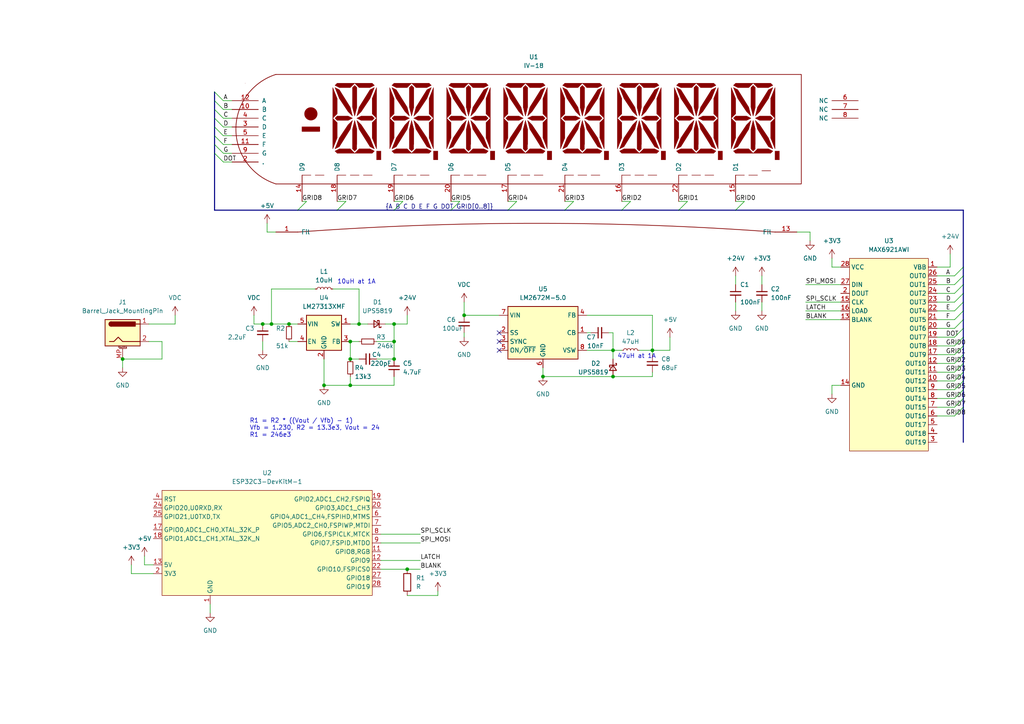
<source format=kicad_sch>
(kicad_sch (version 20230121) (generator eeschema)
  (paper "A4")
  (lib_symbols
    (symbol "Connector:Barrel_Jack_MountingPin" (pin_names hide)
      (property "Reference" "J" (at 0 5.334 0))
      (property "Value" "Barrel_Jack_MountingPin" (at 1.27 -6.35 0))
      (symbol "Barrel_Jack_MountingPin_1_1"
        (text "Mounting" (at 0 -4.191 0) (effects (font (size 0.381 0.381))))
        (pin passive line (at 7.62 2.54 180) (length 2.54) (name "~") (number "1"))
        (pin passive line (at 7.62 -2.54 180) (length 2.54) (name "~") (number "2"))
        (pin passive line (at 0 -7.62 90) (length 3.048) (name "MountPin") (number "MP"))
      )
    )
    (symbol "Device:C_Small" (pin_numbers hide) (pin_names (offset 0.254) hide)
      (property "Reference" "C" (at 0.254 1.778 0))
      (property "Value" "C_Small" (at 0.254 -2.032 0))
      (symbol "C_Small_1_1"
        (pin passive line (at 0 2.54 270) (length 2.032) (name "~") (number "1"))
        (pin passive line (at 0 -2.54 90) (length 2.032) (name "~") (number "2"))
      )
    )
    (symbol "Device:D_Schottky_Small" (pin_numbers hide) (pin_names (offset 0.254) hide)
      (property "Reference" "D" (at -1.27 2.032 0))
      (property "Value" "D_Schottky_Small" (at -7.112 -2.032 0))
      (symbol "D_Schottky_Small_1_1"
        (pin passive line (at -2.54 0 0) (length 1.778) (name "K") (number "1"))
        (pin passive line (at 2.54 0 180) (length 1.778) (name "A") (number "2"))
      )
    )
    (symbol "Device:L_Small" (pin_numbers hide) (pin_names (offset 0.254) hide)
      (property "Reference" "L" (at 0.762 1.016 0))
      (property "Value" "L_Small" (at 0.762 -1.016 0))
      (symbol "L_Small_1_1"
        (pin passive line (at 0 2.54 270) (length 0.508) (name "~") (number "1"))
        (pin passive line (at 0 -2.54 90) (length 0.508) (name "~") (number "2"))
      )
    )
    (symbol "Device:R" (pin_numbers hide) (pin_names (offset 0))
      (property "Reference" "R" (at 2.032 0 90))
      (property "Value" "R" (at 0 0 90))
      (symbol "R_1_1"
        (pin passive line (at 0 3.81 270) (length 1.27) (name "~") (number "1"))
        (pin passive line (at 0 -3.81 90) (length 1.27) (name "~") (number "2"))
      )
    )
    (symbol "Device:R_Small" (pin_numbers hide) (pin_names (offset 0.254) hide)
      (property "Reference" "R" (at 0.762 0.508 0))
      (property "Value" "R_Small" (at 0.762 -1.016 0))
      (symbol "R_Small_1_1"
        (pin passive line (at 0 2.54 270) (length 0.762) (name "~") (number "1"))
        (pin passive line (at 0 -2.54 90) (length 0.762) (name "~") (number "2"))
      )
    )
    (symbol "Regulator_Switching:LM2672M-5.0"
      (property "Reference" "U" (at -10.16 8.89 0))
      (property "Value" "LM2672M-5.0" (at 0 8.89 0))
      (symbol "LM2672M-5.0_1_1"
        (pin input line (at 12.7 0 180) (length 2.54) (name "CB") (number "1"))
        (pin input line (at -12.7 0 0) (length 2.54) (name "SS") (number "2"))
        (pin input line (at -12.7 -2.54 0) (length 2.54) (name "SYNC") (number "3"))
        (pin input line (at 12.7 5.08 180) (length 2.54) (name "FB") (number "4"))
        (pin input line (at -12.7 -5.08 0) (length 2.54) (name "ON/~{OFF}") (number "5"))
        (pin power_in line (at 0 -10.16 90) (length 2.54) (name "GND") (number "6"))
        (pin power_in line (at -12.7 5.08 0) (length 2.54) (name "VIN") (number "7"))
        (pin output line (at 12.7 -5.08 180) (length 2.54) (name "VSW") (number "8"))
      )
    )
    (symbol "Regulator_Switching:LM27313XMF" (pin_names (offset 0.254))
      (property "Reference" "U" (at -5.08 6.35 0))
      (property "Value" "LM27313XMF" (at 0 6.35 0))
      (symbol "LM27313XMF_1_1"
        (pin output line (at 7.62 2.54 180) (length 2.54) (name "SW") (number "1"))
        (pin power_in line (at 0 -7.62 90) (length 2.54) (name "GND") (number "2"))
        (pin input line (at 7.62 -2.54 180) (length 2.54) (name "FB") (number "3"))
        (pin input line (at -7.62 -2.54 0) (length 2.54) (name "EN") (number "4"))
        (pin input line (at -7.62 2.54 0) (length 2.54) (name "VIN") (number "5"))
      )
    )
    (symbol "esp-clock:MAX6921"
      (property "Reference" "U" (at -10.16 29.21 0))
      (property "Value" "MAX6921AWI" (at -5.08 26.67 0))
      (symbol "MAX6921_1_1"
        (pin power_in line (at 13.97 22.86 180) (length 2.54) (name "VBB") (number "1"))
        (pin output line (at 13.97 -10.16 180) (length 2.54) (name "OUT12") (number "10"))
        (pin output line (at 13.97 -7.62 180) (length 2.54) (name "OUT11") (number "11"))
        (pin output line (at 13.97 -5.08 180) (length 2.54) (name "OUT10") (number "12"))
        (pin input line (at -13.97 7.62 0) (length 2.54) (name "BLANK") (number "13"))
        (pin input line (at -13.97 -11.43 0) (length 2.54) (name "GND") (number "14"))
        (pin input line (at -13.97 12.7 0) (length 2.54) (name "CLK") (number "15"))
        (pin input line (at -13.97 10.16 0) (length 2.54) (name "LOAD") (number "16"))
        (pin output line (at 13.97 -2.54 180) (length 2.54) (name "OUT9") (number "17"))
        (pin output line (at 13.97 0 180) (length 2.54) (name "OUT8") (number "18"))
        (pin output line (at 13.97 2.54 180) (length 2.54) (name "OUT7") (number "19"))
        (pin input line (at -13.97 15.24 0) (length 2.54) (name "DOUT") (number "2"))
        (pin output line (at 13.97 5.08 180) (length 2.54) (name "OUT6") (number "20"))
        (pin output line (at 13.97 7.62 180) (length 2.54) (name "OUT5") (number "21"))
        (pin output line (at 13.97 10.16 180) (length 2.54) (name "OUT4") (number "22"))
        (pin output line (at 13.97 12.7 180) (length 2.54) (name "OUT3") (number "23"))
        (pin output line (at 13.97 15.24 180) (length 2.54) (name "OUT2") (number "24"))
        (pin output line (at 13.97 17.78 180) (length 2.54) (name "OUT1") (number "25"))
        (pin output line (at 13.97 20.32 180) (length 2.54) (name "OUT0") (number "26"))
        (pin input line (at -13.97 17.78 0) (length 2.54) (name "DIN") (number "27"))
        (pin input line (at -13.97 22.86 0) (length 2.54) (name "VCC") (number "28"))
        (pin output line (at 13.97 -27.94 180) (length 2.54) (name "OUT19") (number "3"))
        (pin output line (at 13.97 -25.4 180) (length 2.54) (name "OUT18") (number "4"))
        (pin output line (at 13.97 -22.86 180) (length 2.54) (name "OUT17") (number "5"))
        (pin output line (at 13.97 -20.32 180) (length 2.54) (name "OUT16") (number "6"))
        (pin output line (at 13.97 -17.78 180) (length 2.54) (name "OUT15") (number "7"))
        (pin output line (at 13.97 -15.24 180) (length 2.54) (name "OUT14") (number "8"))
        (pin output line (at 13.97 -12.7 180) (length 2.54) (name "OUT13") (number "9"))
      )
    )
    (symbol "esp-clock:esp32c3-mini-devkit"
      (property "Reference" "U" (at -27.94 19.05 0))
      (property "Value" "ESP32C3-DevKitM-1" (at -19.05 16.51 0))
      (symbol "esp32c3-mini-devkit_1_1"
        (pin passive line (at -15.24 -17.78 90) (length 2.54) (name "GND") (number "1"))
        (pin input line (at 34.29 -2.54 180) (length 2.54) (name "GPIO8,RGB") (number "11"))
        (pin input line (at 34.29 -5.08 180) (length 2.54) (name "GPIO9") (number "12"))
        (pin power_in line (at -31.75 -6.35 0) (length 2.54) (name "5V") (number "13"))
        (pin input line (at -31.75 3.81 0) (length 2.54) (name "GPIO0,ADC1_CH0,XTAL_32K_P") (number "17"))
        (pin input line (at -31.75 1.27 0) (length 2.54) (name "GPIO1,ADC1_CH1,XTAL_32K_N") (number "18"))
        (pin input line (at 34.29 12.7 180) (length 2.54) (name "GPIO2,ADC1_CH2,FSPIQ") (number "19"))
        (pin power_in line (at -31.75 -8.89 0) (length 2.54) (name "3V3") (number "2"))
        (pin input line (at 34.29 10.16 180) (length 2.54) (name "GPIO3,ADC1_CH3") (number "20"))
        (pin input line (at 34.29 -7.62 180) (length 2.54) (name "GPIO10,FSPICS0") (number "22"))
        (pin input line (at -31.75 10.16 0) (length 2.54) (name "GPIO20,U0RXD,RX") (number "24"))
        (pin input line (at -31.75 7.62 0) (length 2.54) (name "GPIO21,U0TXD,TX") (number "25"))
        (pin input line (at 34.29 -10.16 180) (length 2.54) (name "GPIO18") (number "27"))
        (pin input line (at 34.29 -12.7 180) (length 2.54) (name "GPIO19") (number "28"))
        (pin input line (at -31.75 12.7 0) (length 2.54) (name "RST") (number "4"))
        (pin input line (at 34.29 7.62 180) (length 2.54) (name "GPIO4,ADC1_CH4,FSPIHD,MTMS") (number "6"))
        (pin input line (at 34.29 5.08 180) (length 2.54) (name "GPIO5,ADC2_CH0,FSPIWP,MTDI") (number "7"))
        (pin input line (at 34.29 2.54 180) (length 2.54) (name "GPIO6,FSPICLK,MTCK") (number "8"))
        (pin input line (at 34.29 0 180) (length 2.54) (name "GPIO7,FSPID,MTDO") (number "9"))
      )
    )
    (symbol "power:+24V" (power) (pin_names (offset 0))
      (property "Value" "+24V" (at 0 3.556 0))
      (symbol "+24V_1_1"
        (pin power_in line (at 0 0 90) (length 0) hide (name "+24V") (number "1"))
      )
    )
    (symbol "power:+3V3" (power) (pin_names (offset 0))
      (property "Value" "+3V3" (at 0 3.556 0))
      (symbol "+3V3_1_1"
        (pin power_in line (at 0 0 90) (length 0) hide (name "+3V3") (number "1"))
      )
    )
    (symbol "power:+5V" (power) (pin_names (offset 0))
      (property "Value" "+5V" (at 0 3.556 0))
      (symbol "+5V_1_1"
        (pin power_in line (at 0 0 90) (length 0) hide (name "+5V") (number "1"))
      )
    )
    (symbol "power:GND" (power) (pin_names (offset 0))
      (property "Value" "GND" (at 0 -3.81 0))
      (symbol "GND_1_1"
        (pin power_in line (at 0 0 270) (length 0) hide (name "GND") (number "1"))
      )
    )
    (symbol "power:VDC" (power) (pin_names (offset 0))
      (property "Value" "VDC" (at 0 6.35 0))
      (symbol "VDC_1_1"
        (pin power_in line (at 0 0 90) (length 0) hide (name "VDC") (number "1"))
      )
    )
    (symbol "vfd:IV-18" (pin_names (offset 1.016))
      (property "Reference" "U" (at 0 15.24 0))
      (property "Value" "IV-18" (at 153.67 -27.94 0))
      (symbol "IV-18_1_1"
        (pin passive line (at -12.7 -33.02 0) (length 6.35) (name "Fil") (number "1"))
        (pin passive line (at -25.4 2.54 0) (length 7.62) (name "B") (number "10"))
        (pin passive line (at -25.4 -7.62 0) (length 7.62) (name "F") (number "11"))
        (pin passive line (at -25.4 5.08 0) (length 7.62) (name "A") (number "12"))
        (pin passive line (at 138.43 -33.02 180) (length 6.35) (name "Fil") (number "13"))
        (pin passive line (at -5.08 -24.13 90) (length 7.62) (name "D9") (number "14"))
        (pin passive line (at 120.65 -24.13 90) (length 7.62) (name "D1") (number "15"))
        (pin passive line (at 87.63 -24.13 90) (length 7.62) (name "D3") (number "16"))
        (pin passive line (at 54.61 -24.13 90) (length 7.62) (name "D5") (number "17"))
        (pin passive line (at 5.08 -24.13 90) (length 7.62) (name "D8") (number "18"))
        (pin passive line (at 21.59 -24.13 90) (length 7.62) (name "D7") (number "19"))
        (pin passive line (at -25.4 -12.7 0) (length 7.62) (name ".") (number "2"))
        (pin passive line (at 38.1 -24.13 90) (length 7.62) (name "D6") (number "20"))
        (pin passive line (at 71.12 -24.13 90) (length 7.62) (name "D4") (number "21"))
        (pin passive line (at 104.14 -24.13 90) (length 7.62) (name "D2") (number "22"))
        (pin passive line (at -25.4 -2.54 0) (length 7.62) (name "D") (number "3"))
        (pin passive line (at -25.4 0 0) (length 7.62) (name "C") (number "4"))
        (pin passive line (at -25.4 -5.08 0) (length 7.62) (name "E") (number "5"))
        (pin passive line (at 156.21 5.08 180) (length 7.62) (name "NC") (number "6"))
        (pin passive line (at 156.21 2.54 180) (length 7.62) (name "NC") (number "7"))
        (pin passive line (at 156.21 0 180) (length 7.62) (name "NC") (number "8"))
        (pin passive line (at -25.4 -10.16 0) (length 7.62) (name "G") (number "9"))
      )
    )
  )
  (junction (at 114.3 93.98))
  (junction (at 76.2 93.98))
  (junction (at 101.6 111.76))
  (junction (at 101.6 99.06))
  (junction (at 83.82 93.98))
  (junction (at 101.6 104.14))
  (junction (at 177.8 101.6))
  (junction (at 114.3 104.14))
  (junction (at 177.8 109.22))
  (junction (at 35.56 104.14))
  (junction (at 189.23 101.6))
  (junction (at 93.98 111.76))
  (junction (at 157.48 109.22))
  (junction (at 104.14 93.98))
  (junction (at 134.62 91.44))
  (junction (at 78.74 93.98))
  (junction (at 114.3 99.06))
  (junction (at 118.11 165.1))
  (no_connect (at 144.78 101.6))
  (no_connect (at 144.78 99.06))
  (no_connect (at 144.78 96.52))
  (bus_entry (at 279.4 87.63) (size -2.54 2.54))
  (bus_entry (at 279.4 100.33) (size -2.54 2.54))
  (bus_entry (at 180.34 60.96) (size 2.54 -2.54))
  (bus_entry (at 196.85 60.96) (size 2.54 -2.54))
  (bus_entry (at 279.4 113.03) (size -2.54 2.54))
  (bus_entry (at 279.4 107.95) (size -2.54 2.54))
  (bus_entry (at 114.3 60.96) (size 2.54 -2.54))
  (bus_entry (at 279.4 115.57) (size -2.54 2.54))
  (bus_entry (at 62.23 39.37) (size 2.54 2.54))
  (bus_entry (at 279.4 118.11) (size -2.54 2.54))
  (bus_entry (at 97.79 60.96) (size 2.54 -2.54))
  (bus_entry (at 279.4 90.17) (size -2.54 2.54))
  (bus_entry (at 130.81 60.96) (size 2.54 -2.54))
  (bus_entry (at 62.23 31.75) (size 2.54 2.54))
  (bus_entry (at 279.4 82.55) (size -2.54 2.54))
  (bus_entry (at 213.36 60.96) (size 2.54 -2.54))
  (bus_entry (at 62.23 34.29) (size 2.54 2.54))
  (bus_entry (at 279.4 95.25) (size -2.54 2.54))
  (bus_entry (at 62.23 26.67) (size 2.54 2.54))
  (bus_entry (at 62.23 36.83) (size 2.54 2.54))
  (bus_entry (at 279.4 102.87) (size -2.54 2.54))
  (bus_entry (at 62.23 41.91) (size 2.54 2.54))
  (bus_entry (at 279.4 80.01) (size -2.54 2.54))
  (bus_entry (at 279.4 110.49) (size -2.54 2.54))
  (bus_entry (at 279.4 77.47) (size -2.54 2.54))
  (bus_entry (at 279.4 105.41) (size -2.54 2.54))
  (bus_entry (at 86.36 60.96) (size 2.54 -2.54))
  (bus_entry (at 62.23 44.45) (size 2.54 2.54))
  (bus_entry (at 62.23 29.21) (size 2.54 2.54))
  (bus_entry (at 279.4 85.09) (size -2.54 2.54))
  (bus_entry (at 163.83 60.96) (size 2.54 -2.54))
  (bus_entry (at 279.4 97.79) (size -2.54 2.54))
  (bus_entry (at 147.32 60.96) (size 2.54 -2.54))
  (bus_entry (at 279.4 92.71) (size -2.54 2.54))
  (wire (pts (xy 177.8 96.52) (xy 177.8 101.6)))
  (wire (pts (xy 157.48 106.68) (xy 157.48 109.22)))
  (wire (pts (xy 233.68 90.17) (xy 243.84 90.17)))
  (wire (pts (xy 104.14 83.82) (xy 104.14 93.98)))
  (wire (pts (xy 64.77 31.75) (xy 67.31 31.75)))
  (wire (pts (xy 35.56 104.14) (xy 35.56 106.68)))
  (wire (pts (xy 114.3 104.14) (xy 114.3 99.06)))
  (wire (pts (xy 44.45 166.37) (xy 38.1 166.37)))
  (wire (pts (xy 271.78 110.49) (xy 276.86 110.49)))
  (wire (pts (xy 83.82 99.06) (xy 86.36 99.06)))
  (wire (pts (xy 127 171.45) (xy 127 172.72)))
  (wire (pts (xy 101.6 99.06) (xy 104.14 99.06)))
  (wire (pts (xy 76.2 99.06) (xy 76.2 101.6)))
  (wire (pts (xy 177.8 101.6) (xy 170.18 101.6)))
  (wire (pts (xy 271.78 97.79) (xy 276.86 97.79)))
  (wire (pts (xy 213.36 87.63) (xy 213.36 90.17)))
  (wire (pts (xy 275.59 73.66) (xy 275.59 77.47)))
  (wire (pts (xy 114.3 109.22) (xy 114.3 111.76)))
  (wire (pts (xy 41.91 163.83) (xy 44.45 163.83)))
  (wire (pts (xy 234.95 67.31) (xy 234.95 69.85)))
  (wire (pts (xy 134.62 96.52) (xy 134.62 97.79)))
  (bus (pts (xy 279.4 92.71) (xy 279.4 95.25)))
  (bus (pts (xy 279.4 113.03) (xy 279.4 115.57)))
  (wire (pts (xy 220.98 80.01) (xy 220.98 82.55)))
  (wire (pts (xy 176.53 96.52) (xy 177.8 96.52)))
  (bus (pts (xy 279.4 110.49) (xy 279.4 113.03)))
  (wire (pts (xy 233.68 87.63) (xy 243.84 87.63)))
  (wire (pts (xy 46.99 104.14) (xy 35.56 104.14)))
  (wire (pts (xy 93.98 111.76) (xy 93.98 104.14)))
  (bus (pts (xy 279.4 87.63) (xy 279.4 90.17)))
  (bus (pts (xy 62.23 36.83) (xy 62.23 39.37)))
  (wire (pts (xy 41.91 161.29) (xy 41.91 163.83)))
  (wire (pts (xy 64.77 41.91) (xy 67.31 41.91)))
  (bus (pts (xy 62.23 31.75) (xy 62.23 34.29)))
  (wire (pts (xy 271.78 115.57) (xy 276.86 115.57)))
  (wire (pts (xy 87.63 58.42) (xy 88.9 58.42)))
  (bus (pts (xy 279.4 115.57) (xy 279.4 118.11)))
  (bus (pts (xy 279.4 105.41) (xy 279.4 107.95)))
  (wire (pts (xy 271.78 102.87) (xy 276.86 102.87)))
  (wire (pts (xy 64.77 29.21) (xy 67.31 29.21)))
  (wire (pts (xy 220.98 87.63) (xy 220.98 90.17)))
  (wire (pts (xy 189.23 101.6) (xy 189.23 102.87)))
  (bus (pts (xy 279.4 97.79) (xy 279.4 100.33)))
  (wire (pts (xy 78.74 83.82) (xy 91.44 83.82)))
  (wire (pts (xy 130.81 58.42) (xy 133.35 58.42)))
  (bus (pts (xy 279.4 118.11) (xy 279.4 128.27)))
  (wire (pts (xy 110.49 165.1) (xy 118.11 165.1)))
  (wire (pts (xy 189.23 101.6) (xy 185.42 101.6)))
  (wire (pts (xy 104.14 93.98) (xy 101.6 93.98)))
  (bus (pts (xy 279.4 95.25) (xy 279.4 97.79)))
  (wire (pts (xy 271.78 107.95) (xy 276.86 107.95)))
  (bus (pts (xy 279.4 60.96) (xy 279.4 77.47)))
  (wire (pts (xy 76.2 93.98) (xy 78.74 93.98)))
  (wire (pts (xy 96.52 83.82) (xy 104.14 83.82)))
  (wire (pts (xy 243.84 111.76) (xy 241.3 111.76)))
  (wire (pts (xy 189.23 91.44) (xy 189.23 101.6)))
  (wire (pts (xy 189.23 109.22) (xy 177.8 109.22)))
  (wire (pts (xy 118.11 172.72) (xy 127 172.72)))
  (bus (pts (xy 62.23 60.96) (xy 86.36 60.96)))
  (wire (pts (xy 134.62 91.44) (xy 144.78 91.44)))
  (wire (pts (xy 241.3 74.93) (xy 241.3 77.47)))
  (wire (pts (xy 77.47 67.31) (xy 77.47 64.77)))
  (bus (pts (xy 62.23 34.29) (xy 62.23 36.83)))
  (wire (pts (xy 101.6 109.22) (xy 101.6 111.76)))
  (wire (pts (xy 114.3 93.98) (xy 118.11 93.98)))
  (wire (pts (xy 97.79 58.42) (xy 100.33 58.42)))
  (bus (pts (xy 62.23 44.45) (xy 62.23 60.96)))
  (wire (pts (xy 271.78 80.01) (xy 276.86 80.01)))
  (bus (pts (xy 279.4 85.09) (xy 279.4 87.63)))
  (wire (pts (xy 114.3 58.42) (xy 116.84 58.42)))
  (bus (pts (xy 196.85 60.96) (xy 213.36 60.96)))
  (wire (pts (xy 271.78 82.55) (xy 276.86 82.55)))
  (wire (pts (xy 271.78 100.33) (xy 276.86 100.33)))
  (wire (pts (xy 194.31 97.79) (xy 194.31 101.6)))
  (wire (pts (xy 111.76 93.98) (xy 114.3 93.98)))
  (wire (pts (xy 271.78 105.41) (xy 276.86 105.41)))
  (bus (pts (xy 97.79 60.96) (xy 114.3 60.96)))
  (wire (pts (xy 271.78 95.25) (xy 276.86 95.25)))
  (wire (pts (xy 180.34 58.42) (xy 182.88 58.42)))
  (wire (pts (xy 233.68 82.55) (xy 243.84 82.55)))
  (wire (pts (xy 101.6 111.76) (xy 93.98 111.76)))
  (wire (pts (xy 64.77 39.37) (xy 67.31 39.37)))
  (wire (pts (xy 134.62 87.63) (xy 134.62 91.44)))
  (wire (pts (xy 243.84 77.47) (xy 241.3 77.47)))
  (bus (pts (xy 279.4 107.95) (xy 279.4 110.49)))
  (wire (pts (xy 110.49 157.48) (xy 121.92 157.48)))
  (wire (pts (xy 177.8 101.6) (xy 180.34 101.6)))
  (wire (pts (xy 60.96 175.26) (xy 60.96 177.8)))
  (wire (pts (xy 170.18 91.44) (xy 189.23 91.44)))
  (bus (pts (xy 279.4 90.17) (xy 279.4 92.71)))
  (bus (pts (xy 180.34 60.96) (xy 196.85 60.96)))
  (wire (pts (xy 109.22 104.14) (xy 114.3 104.14)))
  (bus (pts (xy 279.4 80.01) (xy 279.4 82.55)))
  (bus (pts (xy 62.23 39.37) (xy 62.23 41.91)))
  (wire (pts (xy 73.66 91.44) (xy 73.66 93.98)))
  (bus (pts (xy 62.23 26.67) (xy 62.23 29.21)))
  (wire (pts (xy 177.8 101.6) (xy 177.8 104.14)))
  (wire (pts (xy 271.78 92.71) (xy 276.86 92.71)))
  (wire (pts (xy 196.85 58.42) (xy 199.39 58.42)))
  (wire (pts (xy 118.11 165.1) (xy 121.92 165.1)))
  (wire (pts (xy 241.3 111.76) (xy 241.3 114.3)))
  (wire (pts (xy 271.78 113.03) (xy 276.86 113.03)))
  (wire (pts (xy 271.78 85.09) (xy 276.86 85.09)))
  (wire (pts (xy 104.14 93.98) (xy 106.68 93.98)))
  (bus (pts (xy 279.4 82.55) (xy 279.4 85.09)))
  (bus (pts (xy 279.4 77.47) (xy 279.4 80.01)))
  (wire (pts (xy 80.01 67.31) (xy 77.47 67.31)))
  (bus (pts (xy 114.3 60.96) (xy 130.81 60.96)))
  (wire (pts (xy 101.6 104.14) (xy 104.14 104.14)))
  (wire (pts (xy 233.68 92.71) (xy 243.84 92.71)))
  (wire (pts (xy 114.3 93.98) (xy 114.3 99.06)))
  (bus (pts (xy 163.83 60.96) (xy 180.34 60.96)))
  (wire (pts (xy 163.83 58.42) (xy 166.37 58.42)))
  (wire (pts (xy 271.78 77.47) (xy 275.59 77.47)))
  (bus (pts (xy 147.32 60.96) (xy 163.83 60.96)))
  (wire (pts (xy 83.82 93.98) (xy 86.36 93.98)))
  (wire (pts (xy 76.2 93.98) (xy 73.66 93.98)))
  (wire (pts (xy 189.23 101.6) (xy 194.31 101.6)))
  (wire (pts (xy 271.78 87.63) (xy 276.86 87.63)))
  (wire (pts (xy 110.49 154.94) (xy 121.92 154.94)))
  (wire (pts (xy 110.49 162.56) (xy 121.92 162.56)))
  (wire (pts (xy 118.11 91.44) (xy 118.11 93.98)))
  (wire (pts (xy 271.78 120.65) (xy 276.86 120.65)))
  (wire (pts (xy 114.3 111.76) (xy 101.6 111.76)))
  (wire (pts (xy 101.6 99.06) (xy 101.6 104.14)))
  (wire (pts (xy 38.1 163.83) (xy 38.1 166.37)))
  (wire (pts (xy 189.23 107.95) (xy 189.23 109.22)))
  (bus (pts (xy 62.23 41.91) (xy 62.23 44.45)))
  (wire (pts (xy 170.18 96.52) (xy 171.45 96.52)))
  (wire (pts (xy 64.77 34.29) (xy 67.31 34.29)))
  (wire (pts (xy 78.74 93.98) (xy 83.82 93.98)))
  (wire (pts (xy 271.78 90.17) (xy 276.86 90.17)))
  (wire (pts (xy 231.14 67.31) (xy 234.95 67.31)))
  (bus (pts (xy 279.4 102.87) (xy 279.4 105.41)))
  (wire (pts (xy 157.48 109.22) (xy 177.8 109.22)))
  (bus (pts (xy 213.36 60.96) (xy 279.4 60.96)))
  (wire (pts (xy 43.18 99.06) (xy 46.99 99.06)))
  (bus (pts (xy 62.23 29.21) (xy 62.23 31.75)))
  (bus (pts (xy 279.4 100.33) (xy 279.4 102.87)))
  (wire (pts (xy 213.36 80.01) (xy 213.36 82.55)))
  (wire (pts (xy 64.77 36.83) (xy 67.31 36.83)))
  (wire (pts (xy 50.8 91.44) (xy 50.8 93.98)))
  (wire (pts (xy 213.36 58.42) (xy 215.9 58.42)))
  (wire (pts (xy 64.77 46.99) (xy 67.31 46.99)))
  (bus (pts (xy 86.36 60.96) (xy 97.79 60.96)))
  (wire (pts (xy 64.77 44.45) (xy 67.31 44.45)))
  (wire (pts (xy 109.22 99.06) (xy 114.3 99.06)))
  (wire (pts (xy 147.32 58.42) (xy 149.86 58.42)))
  (wire (pts (xy 43.18 93.98) (xy 50.8 93.98)))
  (wire (pts (xy 78.74 93.98) (xy 78.74 83.82)))
  (wire (pts (xy 271.78 118.11) (xy 276.86 118.11)))
  (bus (pts (xy 130.81 60.96) (xy 147.32 60.96)))
  (wire (pts (xy 46.99 99.06) (xy 46.99 104.14)))
  (text "10uH at 1A" (at 97.79 82.55 0) (effects (font (size 1.27 1.27)) (justify left bottom)))
  (text "47uH at 1A" (at 179.07 104.14 0) (effects (font (size 1.27 1.27)) (justify left bottom)))
  (text "R1 = R2 * ((Vout / Vfb) - 1)\nVfb = 1.230, R2 = 13.3e3, Vout = 24\nR1 = 246e3\n" (at 72.39 127 0) (effects (font (size 1.27 1.27)) (justify left bottom)))
  (label "G" (at 64.77 44.45 0))
  (label "GRID2" (at 274.32 105.41 0))
  (label "SPI_MOSI" (at 233.68 82.55 0))
  (label "D" (at 64.77 36.83 0))
  (label "GRID0" (at 213.36 58.42 0))
  (label "F" (at 64.77 41.91 0))
  (label "B" (at 64.77 31.75 0))
  (label "F" (at 274.32 92.71 0))
  (label "BLANK" (at 121.92 165.1 0))
  (label "GRID6" (at 114.3 58.42 0))
  (label "G" (at 274.32 95.25 0))
  (label "E" (at 64.77 39.37 0))
  (label "GRID5" (at 130.81 58.42 0))
  (label "{A B C D E F G DOT GRID[0..8]}" (at 111.76 60.96 0))
  (label "B" (at 274.32 82.55 0))
  (label "C" (at 64.77 34.29 0))
  (label "DOT" (at 64.77 46.99 0))
  (label "GRID6" (at 274.32 115.57 0))
  (label "SPI_MOSI" (at 121.92 157.48 0))
  (label "GRID4" (at 147.32 58.42 0))
  (label "C" (at 274.32 85.09 0))
  (label "GRID7" (at 274.32 118.11 0))
  (label "GRID2" (at 180.34 58.42 0))
  (label "GRID0" (at 274.32 100.33 0))
  (label "GRID7" (at 97.79 58.42 0))
  (label "SPI_SCLK" (at 121.92 154.94 0))
  (label "GRID3" (at 274.32 107.95 0))
  (label "SPI_SCLK" (at 233.68 87.63 0))
  (label "DOT" (at 274.32 97.79 0))
  (label "GRID3" (at 163.83 58.42 0))
  (label "E" (at 274.32 90.17 0))
  (label "A" (at 274.32 80.01 0))
  (label "LATCH" (at 121.92 162.56 0))
  (label "A" (at 64.77 29.21 0))
  (label "LATCH" (at 233.68 90.17 0))
  (label "GRID1" (at 274.32 102.87 0))
  (label "GRID4" (at 274.32 110.49 0))
  (label "GRID8" (at 274.32 120.65 0))
  (label "BLANK" (at 233.68 92.71 0))
  (label "GRID1" (at 196.85 58.42 0))
  (label "GRID5" (at 274.32 113.03 0))
  (label "GRID8" (at 87.63 58.42 0))
  (label "D" (at 274.32 87.63 0))
  (symbol (lib_id "power:+24V") (at 275.59 73.66 0) (unit 1)
    (property "Reference" "#PWR06" (effects hide))
    (property "Value" "+24V" (at 275.59 68.58 0))
  )
  (symbol (lib_id "power:+5V") (at 194.31 97.79 0) (unit 1)
    (property "Reference" "#PWR023" (effects hide))
    (property "Value" "+5V" (at 194.31 92.71 0))
  )
  (symbol (lib_id "power:GND") (at 134.62 97.79 0) (unit 1)
    (property "Reference" "#PWR021" (effects hide))
    (property "Value" "GND" (at 134.62 102.87 0))
  )
  (symbol (lib_id "Device:C_Small") (at 106.68 104.14 90) (unit 1)
    (property "Reference" "C4" (at 109.22 102.87 90))
    (property "Value" "220pF" (at 110.49 105.41 90))
  )
  (symbol (lib_id "power:GND") (at 60.96 177.8 0) (unit 1)
    (property "Reference" "#PWR09" (effects hide))
    (property "Value" "GND" (at 60.96 182.88 0))
  )
  (symbol (lib_id "vfd:IV-18") (at 92.71 34.29 0) (unit 1)
    (property "Reference" "U1" (at 154.8102 16.51 0))
    (property "Value" "IV-18" (at 154.8102 19.05 0))
  )
  (symbol (lib_id "power:+3V3") (at 38.1 163.83 0) (unit 1)
    (property "Reference" "#PWR07" (effects hide))
    (property "Value" "+3V3" (at 38.1 158.75 0))
  )
  (symbol (lib_id "power:+3V3") (at 241.3 74.93 0) (unit 1)
    (property "Reference" "#PWR04" (effects hide))
    (property "Value" "+3V3" (at 241.3 69.85 0))
  )
  (symbol (lib_id "power:+3V3") (at 127 171.45 0) (unit 1)
    (property "Reference" "#PWR05" (effects hide))
    (property "Value" "+3V3" (at 127 166.37 0))
  )
  (symbol (lib_id "power:GND") (at 220.98 90.17 0) (unit 1)
    (property "Reference" "#PWR013" (effects hide))
    (property "Value" "GND" (at 220.98 95.25 0))
  )
  (symbol (lib_id "power:GND") (at 234.95 69.85 0) (unit 1)
    (property "Reference" "#PWR01" (effects hide))
    (property "Value" "GND" (at 234.95 74.93 0))
  )
  (symbol (lib_id "power:GND") (at 241.3 114.3 0) (unit 1)
    (property "Reference" "#PWR03" (effects hide))
    (property "Value" "GND" (at 241.3 119.38 0))
  )
  (symbol (lib_id "Device:D_Schottky_Small") (at 109.22 93.98 180) (unit 1)
    (property "Reference" "D1" (at 109.474 87.63 0))
    (property "Value" "UPS5819" (at 109.474 90.17 0))
  )
  (symbol (lib_id "power:+5V") (at 41.91 161.29 0) (unit 1)
    (property "Reference" "#PWR08" (effects hide))
    (property "Value" "+5V" (at 41.91 156.21 0))
  )
  (symbol (lib_id "Device:L_Small") (at 182.88 101.6 90) (unit 1)
    (property "Reference" "L2" (at 182.88 96.52 90))
    (property "Value" "47uH" (at 182.88 99.06 90))
  )
  (symbol (lib_id "power:GND") (at 157.48 109.22 0) (unit 1)
    (property "Reference" "#PWR022" (effects hide))
    (property "Value" "GND" (at 157.48 114.3 0))
  )
  (symbol (lib_id "power:+5V") (at 77.47 64.77 0) (unit 1)
    (property "Reference" "#PWR02" (effects hide))
    (property "Value" "+5V" (at 77.47 59.69 0))
  )
  (symbol (lib_id "Device:R_Small") (at 101.6 106.68 180) (unit 1)
    (property "Reference" "R4" (at 102.87 106.68 0) (effects (justify right)))
    (property "Value" "13k3" (at 102.87 109.22 0) (effects (justify right)))
  )
  (symbol (lib_id "esp-clock:esp32c3-mini-devkit") (at 76.2 157.48 0) (unit 1)
    (property "Reference" "U2" (at 77.47 137.16 0))
    (property "Value" "ESP32C3-DevKitM-1" (at 77.47 139.7 0))
  )
  (symbol (lib_id "Regulator_Switching:LM2672M-5.0") (at 157.48 96.52 0) (unit 1)
    (property "Reference" "U5" (at 157.48 83.82 0))
    (property "Value" "LM2672M-5.0" (at 157.48 86.36 0))
    (property "Footprint" "Package_SO:SOIC-8_3.9x4.9mm_P1.27mm" (effects hide))
    (property "Datasheet" "http://www.ti.com/lit/ds/symlink/lm2672.pdf" (effects hide))
  )
  (symbol (lib_id "Device:D_Schottky_Small") (at 177.8 106.68 270) (unit 1)
    (property "Reference" "D2" (at 171.45 105.41 90) (effects (justify left)))
    (property "Value" "UPS5819" (at 167.64 107.95 90) (effects (justify left)))
  )
  (symbol (lib_id "power:VDC") (at 134.62 87.63 0) (unit 1)
    (property "Reference" "#PWR020" (effects hide))
    (property "Value" "VDC" (at 134.62 82.55 0))
  )
  (symbol (lib_id "power:VDC") (at 50.8 91.44 0) (unit 1)
    (property "Reference" "#PWR015" (effects hide))
    (property "Value" "VDC" (at 50.8 86.36 0))
  )
  (symbol (lib_id "Device:C_Small") (at 220.98 85.09 0) (unit 1)
    (property "Reference" "C2" (at 223.52 83.8263 0) (effects (justify left)))
    (property "Value" "100nF" (at 223.52 86.3663 0) (effects (justify left)))
  )
  (symbol (lib_id "Device:R_Small") (at 83.82 96.52 0) (unit 1)
    (property "Reference" "R2" (at 80.01 95.25 0) (effects (justify left)))
    (property "Value" "51k" (at 80.01 100.33 0) (effects (justify left)))
  )
  (symbol (lib_id "power:+24V") (at 118.11 91.44 0) (unit 1)
    (property "Reference" "#PWR018" (effects hide))
    (property "Value" "+24V" (at 118.11 86.36 0))
  )
  (symbol (lib_id "power:+24V") (at 213.36 80.01 0) (unit 1)
    (property "Reference" "#PWR011" (effects hide))
    (property "Value" "+24V" (at 213.36 74.93 0))
  )
  (symbol (lib_id "power:GND") (at 93.98 111.76 0) (unit 1)
    (property "Reference" "#PWR019" (effects hide))
    (property "Value" "GND" (at 93.98 116.84 0))
  )
  (symbol (lib_id "Device:C_Small") (at 173.99 96.52 90) (unit 1)
    (property "Reference" "C7" (at 171.45 97.79 90))
    (property "Value" "10nF" (at 172.72 100.33 90))
  )
  (symbol (lib_id "Device:C_Small") (at 114.3 106.68 180) (unit 1)
    (property "Reference" "C5" (at 116.84 105.4036 0) (effects (justify right)))
    (property "Value" "4.7uF" (at 116.84 107.9436 0) (effects (justify right)))
  )
  (symbol (lib_id "Device:C_Small") (at 213.36 85.09 0) (unit 1)
    (property "Reference" "C1" (at 214.63 82.55 0) (effects (justify left)))
    (property "Value" "100nF" (at 214.63 87.63 0) (effects (justify left)))
  )
  (symbol (lib_id "power:+3V3") (at 220.98 80.01 0) (unit 1)
    (property "Reference" "#PWR010" (effects hide))
    (property "Value" "+3V3" (at 220.98 74.93 0))
  )
  (symbol (lib_id "Device:C_Small") (at 134.62 93.98 0) (unit 1)
    (property "Reference" "C6" (at 129.54 92.71 0) (effects (justify left)))
    (property "Value" "100uF" (at 128.27 95.25 0) (effects (justify left)))
  )
  (symbol (lib_id "Device:C_Small") (at 76.2 96.52 0) (unit 1)
    (property "Reference" "C3" (at 71.12 95.25 0) (effects (justify left)))
    (property "Value" "2.2uF" (at 66.04 97.79 0) (effects (justify left)))
  )
  (symbol (lib_id "Device:L_Small") (at 93.98 83.82 90) (unit 1)
    (property "Reference" "L1" (at 93.98 78.74 90))
    (property "Value" "10uH" (at 93.98 81.28 90))
  )
  (symbol (lib_id "power:GND") (at 76.2 101.6 0) (unit 1)
    (property "Reference" "#PWR017" (effects hide))
    (property "Value" "GND" (at 76.2 106.68 0))
  )
  (symbol (lib_id "Device:R") (at 118.11 168.91 0) (unit 1)
    (property "Reference" "R1" (at 120.65 167.64 0) (effects (justify left)))
    (property "Value" "R" (at 120.65 170.18 0) (effects (justify left)))
  )
  (symbol (lib_id "power:GND") (at 35.56 106.68 0) (unit 1)
    (property "Reference" "#PWR014" (effects hide))
    (property "Value" "GND" (at 35.56 111.76 0))
  )
  (symbol (lib_id "Device:R_Small") (at 106.68 99.06 90) (unit 1)
    (property "Reference" "R3" (at 110.49 97.79 90))
    (property "Value" "246k" (at 111.76 100.33 90))
  )
  (symbol (lib_id "Device:C_Small") (at 189.23 105.41 0) (unit 1)
    (property "Reference" "C8" (at 191.77 104.1463 0) (effects (justify left)))
    (property "Value" "68uF" (at 191.77 106.6863 0) (effects (justify left)))
  )
  (symbol (lib_id "power:VDC") (at 73.66 91.44 0) (unit 1)
    (property "Reference" "#PWR016" (effects hide))
    (property "Value" "VDC" (at 73.66 86.36 0))
  )
  (symbol (lib_id "Connector:Barrel_Jack_MountingPin") (at 35.56 96.52 0) (unit 1)
    (property "Reference" "J1" (at 35.56 87.63 0))
    (property "Value" "Barrel_Jack_MountingPin" (at 35.56 90.17 0))
  )
  (symbol (lib_id "esp-clock:MAX6921") (at 257.81 100.33 0) (unit 1)
    (property "Reference" "U3" (at 257.81 69.85 0))
    (property "Value" "MAX6921AWI" (at 257.81 72.39 0))
  )
  (symbol (lib_id "power:GND") (at 213.36 90.17 0) (unit 1)
    (property "Reference" "#PWR012" (effects hide))
    (property "Value" "GND" (at 213.36 95.25 0))
  )
  (symbol (lib_id "Regulator_Switching:LM27313XMF") (at 93.98 96.52 0) (unit 1)
    (property "Reference" "U4" (at 93.98 86.36 0))
    (property "Value" "LM27313XMF" (at 93.98 88.9 0))
    (property "Footprint" "Package_TO_SOT_SMD:SOT-23-5" (effects hide))
    (property "Datasheet" "http://www.ti.com/lit/ds/symlink/lm27313.pdf" (effects hide))
  )
)
</source>
